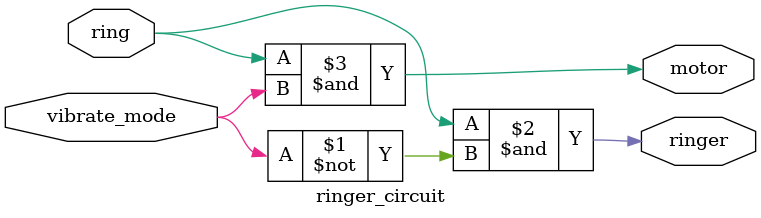
<source format=v>
module ringer_circuit(
   input ring,
   input vibrate_mode,
   output ringer,       // Make sound
   output motor         // Vibrate
);
	assign ringer = ring&~vibrate_mode;
   assign motor = ring&vibrate_mode;
endmodule 
</source>
